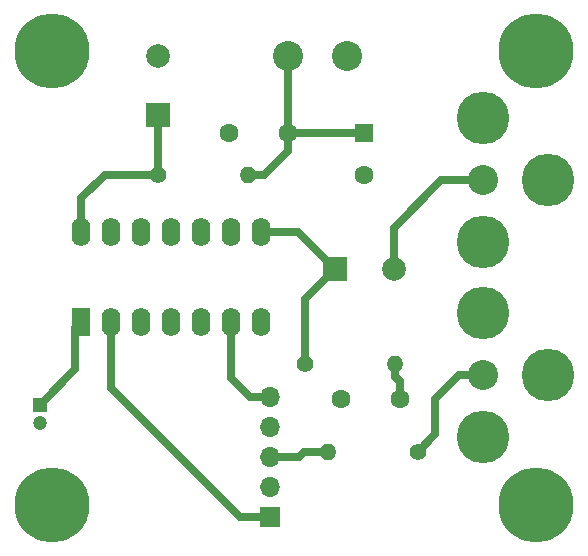
<source format=gtl>
G04 #@! TF.FileFunction,Copper,L1,Top,Signal*
%FSLAX46Y46*%
G04 Gerber Fmt 4.6, Leading zero omitted, Abs format (unit mm)*
G04 Created by KiCad (PCBNEW (after 2015-mar-04 BZR unknown)-product) date 4/20/2017 11:34:07 AM*
%MOMM*%
G01*
G04 APERTURE LIST*
%ADD10C,0.150000*%
%ADD11R,2.000000X2.000000*%
%ADD12C,2.000000*%
%ADD13R,1.200000X1.200000*%
%ADD14C,1.200000*%
%ADD15C,1.600000*%
%ADD16R,1.600000X1.600000*%
%ADD17C,4.445000*%
%ADD18C,2.540000*%
%ADD19R,1.700000X1.700000*%
%ADD20O,1.700000X1.700000*%
%ADD21C,6.350000*%
%ADD22C,1.400000*%
%ADD23O,1.400000X1.400000*%
%ADD24R,1.600000X2.400000*%
%ADD25O,1.600000X2.400000*%
%ADD26C,0.635000*%
G04 APERTURE END LIST*
D10*
D11*
X13000000Y-9500000D03*
D12*
X13000000Y-4500000D03*
D13*
X3000000Y-34000000D03*
D14*
X3000000Y-35500000D03*
D15*
X33500000Y-33500000D03*
X28500000Y-33500000D03*
D11*
X28000000Y-22500000D03*
D12*
X33000000Y-22500000D03*
D15*
X19000000Y-11000000D03*
X24000000Y-11000000D03*
D16*
X30500000Y-11000000D03*
D15*
X30500000Y-14500000D03*
D17*
X46011800Y-31500000D03*
X40500000Y-26254900D03*
X40500000Y-36745100D03*
D18*
X40500000Y-31500000D03*
D17*
X46011800Y-15000000D03*
X40500000Y-9754900D03*
X40500000Y-20245100D03*
D18*
X40500000Y-15000000D03*
X24000000Y-4500000D03*
X29000000Y-4500000D03*
D19*
X22500000Y-43500000D03*
D20*
X22500000Y-40960000D03*
X22500000Y-38420000D03*
X22500000Y-35880000D03*
X22500000Y-33340000D03*
D21*
X4000000Y-4000000D03*
X45000000Y-4000000D03*
X45000000Y-42500000D03*
X4000000Y-42500000D03*
D22*
X25500000Y-30500000D03*
D23*
X33120000Y-30500000D03*
D22*
X13000000Y-14500000D03*
D23*
X20620000Y-14500000D03*
D22*
X35000000Y-38000000D03*
D23*
X27380000Y-38000000D03*
D24*
X6500000Y-27000000D03*
D25*
X21740000Y-19380000D03*
X9040000Y-27000000D03*
X19200000Y-19380000D03*
X11580000Y-27000000D03*
X16660000Y-19380000D03*
X14120000Y-27000000D03*
X14120000Y-19380000D03*
X16660000Y-27000000D03*
X11580000Y-19380000D03*
X19200000Y-27000000D03*
X9040000Y-19380000D03*
X21740000Y-27000000D03*
X6500000Y-19380000D03*
D26*
X19200000Y-27000000D02*
X19200000Y-31700000D01*
X20840000Y-33340000D02*
X22500000Y-33340000D01*
X19200000Y-31700000D02*
X20840000Y-33340000D01*
X3000000Y-34000000D02*
X6000000Y-31000000D01*
X6000000Y-31000000D02*
X6000000Y-27500000D01*
X6000000Y-27500000D02*
X6500000Y-27000000D01*
X40500000Y-31500000D02*
X38500000Y-31500000D01*
X36500000Y-36500000D02*
X35000000Y-38000000D01*
X36500000Y-33500000D02*
X36500000Y-36500000D01*
X38500000Y-31500000D02*
X36500000Y-33500000D01*
X33000000Y-22500000D02*
X33000000Y-19000000D01*
X37000000Y-15000000D02*
X40500000Y-15000000D01*
X33000000Y-19000000D02*
X37000000Y-15000000D01*
X21740000Y-19380000D02*
X24880000Y-19380000D01*
X24880000Y-19380000D02*
X28000000Y-22500000D01*
X25500000Y-30500000D02*
X25500000Y-25000000D01*
X25500000Y-25000000D02*
X28000000Y-22500000D01*
X21740000Y-19380000D02*
X22380000Y-19380000D01*
X13000000Y-9500000D02*
X13000000Y-14500000D01*
X6500000Y-19380000D02*
X6500000Y-16500000D01*
X8500000Y-14500000D02*
X13000000Y-14500000D01*
X6500000Y-16500000D02*
X8500000Y-14500000D01*
X33500000Y-33500000D02*
X33500000Y-32000000D01*
X33120000Y-31620000D02*
X33120000Y-30500000D01*
X33500000Y-32000000D02*
X33120000Y-31620000D01*
X30500000Y-11000000D02*
X24000000Y-11000000D01*
X24000000Y-4500000D02*
X24000000Y-11000000D01*
X20620000Y-14500000D02*
X22000000Y-14500000D01*
X24000000Y-12500000D02*
X24000000Y-11000000D01*
X22000000Y-14500000D02*
X24000000Y-12500000D01*
X9040000Y-27000000D02*
X9040000Y-32540000D01*
X20000000Y-43500000D02*
X22500000Y-43500000D01*
X9040000Y-32540000D02*
X20000000Y-43500000D01*
X22500000Y-38420000D02*
X24920000Y-38420000D01*
X25340000Y-38000000D02*
X27380000Y-38000000D01*
X24920000Y-38420000D02*
X25340000Y-38000000D01*
M02*

</source>
